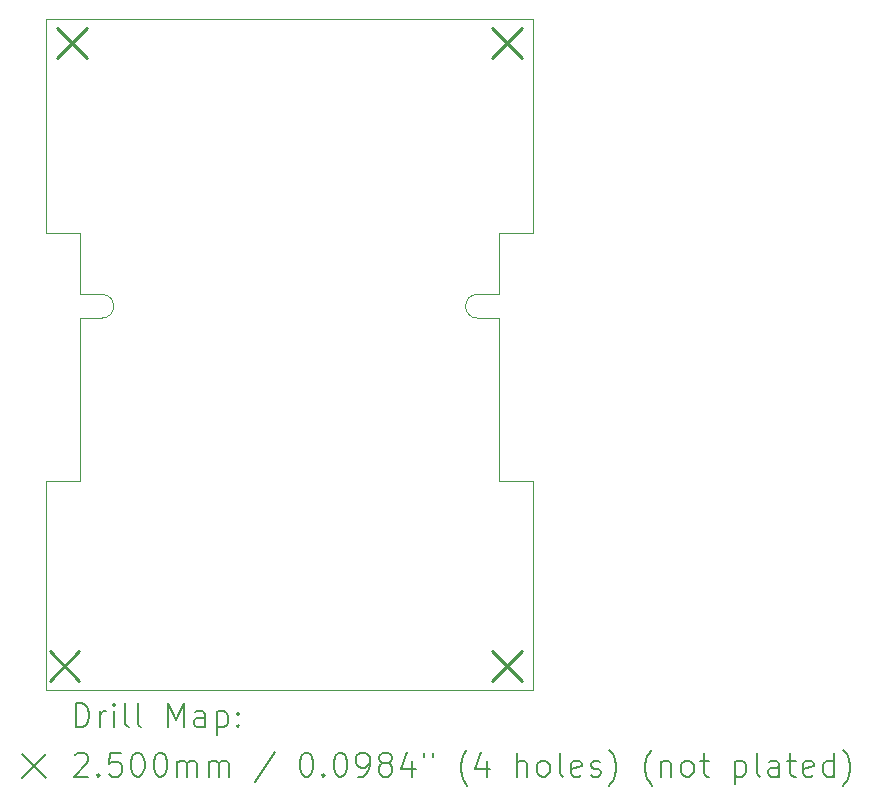
<source format=gbr>
%TF.GenerationSoftware,KiCad,Pcbnew,(6.0.8)*%
%TF.CreationDate,2022-11-01T17:44:22+01:00*%
%TF.ProjectId,BURC_16SwitchEncoder_JRFormat,42555243-5f31-4365-9377-69746368456e,v1.0*%
%TF.SameCoordinates,Original*%
%TF.FileFunction,Drillmap*%
%TF.FilePolarity,Positive*%
%FSLAX45Y45*%
G04 Gerber Fmt 4.5, Leading zero omitted, Abs format (unit mm)*
G04 Created by KiCad (PCBNEW (6.0.8)) date 2022-11-01 17:44:22*
%MOMM*%
%LPD*%
G01*
G04 APERTURE LIST*
%ADD10C,0.050000*%
%ADD11C,0.100000*%
%ADD12C,0.200000*%
%ADD13C,0.250000*%
G04 APERTURE END LIST*
D10*
X16920000Y-13350000D02*
X16920000Y-11580000D01*
X13085000Y-10200000D02*
X13085000Y-11580000D01*
D11*
X13085000Y-10000000D02*
X13085000Y-9476500D01*
D10*
X12800000Y-13350000D02*
X16920000Y-13350000D01*
X13085000Y-11580000D02*
X12800000Y-11580000D01*
X16635000Y-9476500D02*
X16921261Y-9476500D01*
X16920000Y-11580000D02*
X16635000Y-11580000D01*
X16635000Y-10000000D02*
X16450000Y-10000000D01*
D11*
X13270000Y-10200000D02*
G75*
G03*
X13270000Y-10000000I0J100000D01*
G01*
D10*
X16450000Y-10200000D02*
X16635000Y-10200000D01*
X16635000Y-10000000D02*
X16635000Y-9476500D01*
D11*
X16921261Y-7670000D02*
X12798739Y-7670000D01*
X16921261Y-9476500D02*
X16921261Y-7670000D01*
X13085000Y-10200000D02*
X13270000Y-10200000D01*
X12798739Y-7670000D02*
X12798739Y-9476500D01*
D10*
X16635000Y-10200000D02*
X16635000Y-11580000D01*
X12800000Y-11580000D02*
X12800000Y-13350000D01*
D11*
X13270000Y-10000000D02*
X13085000Y-10000000D01*
X12798739Y-9476500D02*
X13085000Y-9476500D01*
D10*
X16450000Y-10000000D02*
G75*
G03*
X16450000Y-10200000I0J-100000D01*
G01*
D12*
D13*
X12829000Y-13019500D02*
X13079000Y-13269500D01*
X13079000Y-13019500D02*
X12829000Y-13269500D01*
X12892500Y-7749000D02*
X13142500Y-7999000D01*
X13142500Y-7749000D02*
X12892500Y-7999000D01*
X16575500Y-7749000D02*
X16825500Y-7999000D01*
X16825500Y-7749000D02*
X16575500Y-7999000D01*
X16575500Y-13019500D02*
X16825500Y-13269500D01*
X16825500Y-13019500D02*
X16575500Y-13269500D01*
D12*
X13051358Y-13662976D02*
X13051358Y-13462976D01*
X13098977Y-13462976D01*
X13127549Y-13472500D01*
X13146596Y-13491548D01*
X13156120Y-13510595D01*
X13165644Y-13548690D01*
X13165644Y-13577262D01*
X13156120Y-13615357D01*
X13146596Y-13634405D01*
X13127549Y-13653452D01*
X13098977Y-13662976D01*
X13051358Y-13662976D01*
X13251358Y-13662976D02*
X13251358Y-13529643D01*
X13251358Y-13567738D02*
X13260882Y-13548690D01*
X13270406Y-13539167D01*
X13289453Y-13529643D01*
X13308501Y-13529643D01*
X13375168Y-13662976D02*
X13375168Y-13529643D01*
X13375168Y-13462976D02*
X13365644Y-13472500D01*
X13375168Y-13482024D01*
X13384691Y-13472500D01*
X13375168Y-13462976D01*
X13375168Y-13482024D01*
X13498977Y-13662976D02*
X13479930Y-13653452D01*
X13470406Y-13634405D01*
X13470406Y-13462976D01*
X13603739Y-13662976D02*
X13584691Y-13653452D01*
X13575168Y-13634405D01*
X13575168Y-13462976D01*
X13832311Y-13662976D02*
X13832311Y-13462976D01*
X13898977Y-13605833D01*
X13965644Y-13462976D01*
X13965644Y-13662976D01*
X14146596Y-13662976D02*
X14146596Y-13558214D01*
X14137072Y-13539167D01*
X14118025Y-13529643D01*
X14079930Y-13529643D01*
X14060882Y-13539167D01*
X14146596Y-13653452D02*
X14127549Y-13662976D01*
X14079930Y-13662976D01*
X14060882Y-13653452D01*
X14051358Y-13634405D01*
X14051358Y-13615357D01*
X14060882Y-13596309D01*
X14079930Y-13586786D01*
X14127549Y-13586786D01*
X14146596Y-13577262D01*
X14241834Y-13529643D02*
X14241834Y-13729643D01*
X14241834Y-13539167D02*
X14260882Y-13529643D01*
X14298977Y-13529643D01*
X14318025Y-13539167D01*
X14327549Y-13548690D01*
X14337072Y-13567738D01*
X14337072Y-13624881D01*
X14327549Y-13643928D01*
X14318025Y-13653452D01*
X14298977Y-13662976D01*
X14260882Y-13662976D01*
X14241834Y-13653452D01*
X14422787Y-13643928D02*
X14432311Y-13653452D01*
X14422787Y-13662976D01*
X14413263Y-13653452D01*
X14422787Y-13643928D01*
X14422787Y-13662976D01*
X14422787Y-13539167D02*
X14432311Y-13548690D01*
X14422787Y-13558214D01*
X14413263Y-13548690D01*
X14422787Y-13539167D01*
X14422787Y-13558214D01*
X12593739Y-13892500D02*
X12793739Y-14092500D01*
X12793739Y-13892500D02*
X12593739Y-14092500D01*
X13041834Y-13902024D02*
X13051358Y-13892500D01*
X13070406Y-13882976D01*
X13118025Y-13882976D01*
X13137072Y-13892500D01*
X13146596Y-13902024D01*
X13156120Y-13921071D01*
X13156120Y-13940119D01*
X13146596Y-13968690D01*
X13032311Y-14082976D01*
X13156120Y-14082976D01*
X13241834Y-14063928D02*
X13251358Y-14073452D01*
X13241834Y-14082976D01*
X13232311Y-14073452D01*
X13241834Y-14063928D01*
X13241834Y-14082976D01*
X13432311Y-13882976D02*
X13337072Y-13882976D01*
X13327549Y-13978214D01*
X13337072Y-13968690D01*
X13356120Y-13959167D01*
X13403739Y-13959167D01*
X13422787Y-13968690D01*
X13432311Y-13978214D01*
X13441834Y-13997262D01*
X13441834Y-14044881D01*
X13432311Y-14063928D01*
X13422787Y-14073452D01*
X13403739Y-14082976D01*
X13356120Y-14082976D01*
X13337072Y-14073452D01*
X13327549Y-14063928D01*
X13565644Y-13882976D02*
X13584691Y-13882976D01*
X13603739Y-13892500D01*
X13613263Y-13902024D01*
X13622787Y-13921071D01*
X13632311Y-13959167D01*
X13632311Y-14006786D01*
X13622787Y-14044881D01*
X13613263Y-14063928D01*
X13603739Y-14073452D01*
X13584691Y-14082976D01*
X13565644Y-14082976D01*
X13546596Y-14073452D01*
X13537072Y-14063928D01*
X13527549Y-14044881D01*
X13518025Y-14006786D01*
X13518025Y-13959167D01*
X13527549Y-13921071D01*
X13537072Y-13902024D01*
X13546596Y-13892500D01*
X13565644Y-13882976D01*
X13756120Y-13882976D02*
X13775168Y-13882976D01*
X13794215Y-13892500D01*
X13803739Y-13902024D01*
X13813263Y-13921071D01*
X13822787Y-13959167D01*
X13822787Y-14006786D01*
X13813263Y-14044881D01*
X13803739Y-14063928D01*
X13794215Y-14073452D01*
X13775168Y-14082976D01*
X13756120Y-14082976D01*
X13737072Y-14073452D01*
X13727549Y-14063928D01*
X13718025Y-14044881D01*
X13708501Y-14006786D01*
X13708501Y-13959167D01*
X13718025Y-13921071D01*
X13727549Y-13902024D01*
X13737072Y-13892500D01*
X13756120Y-13882976D01*
X13908501Y-14082976D02*
X13908501Y-13949643D01*
X13908501Y-13968690D02*
X13918025Y-13959167D01*
X13937072Y-13949643D01*
X13965644Y-13949643D01*
X13984691Y-13959167D01*
X13994215Y-13978214D01*
X13994215Y-14082976D01*
X13994215Y-13978214D02*
X14003739Y-13959167D01*
X14022787Y-13949643D01*
X14051358Y-13949643D01*
X14070406Y-13959167D01*
X14079930Y-13978214D01*
X14079930Y-14082976D01*
X14175168Y-14082976D02*
X14175168Y-13949643D01*
X14175168Y-13968690D02*
X14184691Y-13959167D01*
X14203739Y-13949643D01*
X14232311Y-13949643D01*
X14251358Y-13959167D01*
X14260882Y-13978214D01*
X14260882Y-14082976D01*
X14260882Y-13978214D02*
X14270406Y-13959167D01*
X14289453Y-13949643D01*
X14318025Y-13949643D01*
X14337072Y-13959167D01*
X14346596Y-13978214D01*
X14346596Y-14082976D01*
X14737072Y-13873452D02*
X14565644Y-14130595D01*
X14994215Y-13882976D02*
X15013263Y-13882976D01*
X15032311Y-13892500D01*
X15041834Y-13902024D01*
X15051358Y-13921071D01*
X15060882Y-13959167D01*
X15060882Y-14006786D01*
X15051358Y-14044881D01*
X15041834Y-14063928D01*
X15032311Y-14073452D01*
X15013263Y-14082976D01*
X14994215Y-14082976D01*
X14975168Y-14073452D01*
X14965644Y-14063928D01*
X14956120Y-14044881D01*
X14946596Y-14006786D01*
X14946596Y-13959167D01*
X14956120Y-13921071D01*
X14965644Y-13902024D01*
X14975168Y-13892500D01*
X14994215Y-13882976D01*
X15146596Y-14063928D02*
X15156120Y-14073452D01*
X15146596Y-14082976D01*
X15137072Y-14073452D01*
X15146596Y-14063928D01*
X15146596Y-14082976D01*
X15279930Y-13882976D02*
X15298977Y-13882976D01*
X15318025Y-13892500D01*
X15327549Y-13902024D01*
X15337072Y-13921071D01*
X15346596Y-13959167D01*
X15346596Y-14006786D01*
X15337072Y-14044881D01*
X15327549Y-14063928D01*
X15318025Y-14073452D01*
X15298977Y-14082976D01*
X15279930Y-14082976D01*
X15260882Y-14073452D01*
X15251358Y-14063928D01*
X15241834Y-14044881D01*
X15232311Y-14006786D01*
X15232311Y-13959167D01*
X15241834Y-13921071D01*
X15251358Y-13902024D01*
X15260882Y-13892500D01*
X15279930Y-13882976D01*
X15441834Y-14082976D02*
X15479930Y-14082976D01*
X15498977Y-14073452D01*
X15508501Y-14063928D01*
X15527549Y-14035357D01*
X15537072Y-13997262D01*
X15537072Y-13921071D01*
X15527549Y-13902024D01*
X15518025Y-13892500D01*
X15498977Y-13882976D01*
X15460882Y-13882976D01*
X15441834Y-13892500D01*
X15432311Y-13902024D01*
X15422787Y-13921071D01*
X15422787Y-13968690D01*
X15432311Y-13987738D01*
X15441834Y-13997262D01*
X15460882Y-14006786D01*
X15498977Y-14006786D01*
X15518025Y-13997262D01*
X15527549Y-13987738D01*
X15537072Y-13968690D01*
X15651358Y-13968690D02*
X15632311Y-13959167D01*
X15622787Y-13949643D01*
X15613263Y-13930595D01*
X15613263Y-13921071D01*
X15622787Y-13902024D01*
X15632311Y-13892500D01*
X15651358Y-13882976D01*
X15689453Y-13882976D01*
X15708501Y-13892500D01*
X15718025Y-13902024D01*
X15727549Y-13921071D01*
X15727549Y-13930595D01*
X15718025Y-13949643D01*
X15708501Y-13959167D01*
X15689453Y-13968690D01*
X15651358Y-13968690D01*
X15632311Y-13978214D01*
X15622787Y-13987738D01*
X15613263Y-14006786D01*
X15613263Y-14044881D01*
X15622787Y-14063928D01*
X15632311Y-14073452D01*
X15651358Y-14082976D01*
X15689453Y-14082976D01*
X15708501Y-14073452D01*
X15718025Y-14063928D01*
X15727549Y-14044881D01*
X15727549Y-14006786D01*
X15718025Y-13987738D01*
X15708501Y-13978214D01*
X15689453Y-13968690D01*
X15898977Y-13949643D02*
X15898977Y-14082976D01*
X15851358Y-13873452D02*
X15803739Y-14016309D01*
X15927549Y-14016309D01*
X15994215Y-13882976D02*
X15994215Y-13921071D01*
X16070406Y-13882976D02*
X16070406Y-13921071D01*
X16365644Y-14159167D02*
X16356120Y-14149643D01*
X16337072Y-14121071D01*
X16327549Y-14102024D01*
X16318025Y-14073452D01*
X16308501Y-14025833D01*
X16308501Y-13987738D01*
X16318025Y-13940119D01*
X16327549Y-13911548D01*
X16337072Y-13892500D01*
X16356120Y-13863928D01*
X16365644Y-13854405D01*
X16527549Y-13949643D02*
X16527549Y-14082976D01*
X16479930Y-13873452D02*
X16432311Y-14016309D01*
X16556120Y-14016309D01*
X16784692Y-14082976D02*
X16784692Y-13882976D01*
X16870406Y-14082976D02*
X16870406Y-13978214D01*
X16860882Y-13959167D01*
X16841834Y-13949643D01*
X16813263Y-13949643D01*
X16794215Y-13959167D01*
X16784692Y-13968690D01*
X16994215Y-14082976D02*
X16975168Y-14073452D01*
X16965644Y-14063928D01*
X16956120Y-14044881D01*
X16956120Y-13987738D01*
X16965644Y-13968690D01*
X16975168Y-13959167D01*
X16994215Y-13949643D01*
X17022787Y-13949643D01*
X17041834Y-13959167D01*
X17051358Y-13968690D01*
X17060882Y-13987738D01*
X17060882Y-14044881D01*
X17051358Y-14063928D01*
X17041834Y-14073452D01*
X17022787Y-14082976D01*
X16994215Y-14082976D01*
X17175168Y-14082976D02*
X17156120Y-14073452D01*
X17146596Y-14054405D01*
X17146596Y-13882976D01*
X17327549Y-14073452D02*
X17308501Y-14082976D01*
X17270406Y-14082976D01*
X17251358Y-14073452D01*
X17241834Y-14054405D01*
X17241834Y-13978214D01*
X17251358Y-13959167D01*
X17270406Y-13949643D01*
X17308501Y-13949643D01*
X17327549Y-13959167D01*
X17337073Y-13978214D01*
X17337073Y-13997262D01*
X17241834Y-14016309D01*
X17413263Y-14073452D02*
X17432311Y-14082976D01*
X17470406Y-14082976D01*
X17489453Y-14073452D01*
X17498977Y-14054405D01*
X17498977Y-14044881D01*
X17489453Y-14025833D01*
X17470406Y-14016309D01*
X17441834Y-14016309D01*
X17422787Y-14006786D01*
X17413263Y-13987738D01*
X17413263Y-13978214D01*
X17422787Y-13959167D01*
X17441834Y-13949643D01*
X17470406Y-13949643D01*
X17489453Y-13959167D01*
X17565644Y-14159167D02*
X17575168Y-14149643D01*
X17594215Y-14121071D01*
X17603739Y-14102024D01*
X17613263Y-14073452D01*
X17622787Y-14025833D01*
X17622787Y-13987738D01*
X17613263Y-13940119D01*
X17603739Y-13911548D01*
X17594215Y-13892500D01*
X17575168Y-13863928D01*
X17565644Y-13854405D01*
X17927549Y-14159167D02*
X17918025Y-14149643D01*
X17898977Y-14121071D01*
X17889453Y-14102024D01*
X17879930Y-14073452D01*
X17870406Y-14025833D01*
X17870406Y-13987738D01*
X17879930Y-13940119D01*
X17889453Y-13911548D01*
X17898977Y-13892500D01*
X17918025Y-13863928D01*
X17927549Y-13854405D01*
X18003739Y-13949643D02*
X18003739Y-14082976D01*
X18003739Y-13968690D02*
X18013263Y-13959167D01*
X18032311Y-13949643D01*
X18060882Y-13949643D01*
X18079930Y-13959167D01*
X18089453Y-13978214D01*
X18089453Y-14082976D01*
X18213263Y-14082976D02*
X18194215Y-14073452D01*
X18184692Y-14063928D01*
X18175168Y-14044881D01*
X18175168Y-13987738D01*
X18184692Y-13968690D01*
X18194215Y-13959167D01*
X18213263Y-13949643D01*
X18241834Y-13949643D01*
X18260882Y-13959167D01*
X18270406Y-13968690D01*
X18279930Y-13987738D01*
X18279930Y-14044881D01*
X18270406Y-14063928D01*
X18260882Y-14073452D01*
X18241834Y-14082976D01*
X18213263Y-14082976D01*
X18337073Y-13949643D02*
X18413263Y-13949643D01*
X18365644Y-13882976D02*
X18365644Y-14054405D01*
X18375168Y-14073452D01*
X18394215Y-14082976D01*
X18413263Y-14082976D01*
X18632311Y-13949643D02*
X18632311Y-14149643D01*
X18632311Y-13959167D02*
X18651358Y-13949643D01*
X18689453Y-13949643D01*
X18708501Y-13959167D01*
X18718025Y-13968690D01*
X18727549Y-13987738D01*
X18727549Y-14044881D01*
X18718025Y-14063928D01*
X18708501Y-14073452D01*
X18689453Y-14082976D01*
X18651358Y-14082976D01*
X18632311Y-14073452D01*
X18841834Y-14082976D02*
X18822787Y-14073452D01*
X18813263Y-14054405D01*
X18813263Y-13882976D01*
X19003739Y-14082976D02*
X19003739Y-13978214D01*
X18994215Y-13959167D01*
X18975168Y-13949643D01*
X18937073Y-13949643D01*
X18918025Y-13959167D01*
X19003739Y-14073452D02*
X18984692Y-14082976D01*
X18937073Y-14082976D01*
X18918025Y-14073452D01*
X18908501Y-14054405D01*
X18908501Y-14035357D01*
X18918025Y-14016309D01*
X18937073Y-14006786D01*
X18984692Y-14006786D01*
X19003739Y-13997262D01*
X19070406Y-13949643D02*
X19146596Y-13949643D01*
X19098977Y-13882976D02*
X19098977Y-14054405D01*
X19108501Y-14073452D01*
X19127549Y-14082976D01*
X19146596Y-14082976D01*
X19289453Y-14073452D02*
X19270406Y-14082976D01*
X19232311Y-14082976D01*
X19213263Y-14073452D01*
X19203739Y-14054405D01*
X19203739Y-13978214D01*
X19213263Y-13959167D01*
X19232311Y-13949643D01*
X19270406Y-13949643D01*
X19289453Y-13959167D01*
X19298977Y-13978214D01*
X19298977Y-13997262D01*
X19203739Y-14016309D01*
X19470406Y-14082976D02*
X19470406Y-13882976D01*
X19470406Y-14073452D02*
X19451358Y-14082976D01*
X19413263Y-14082976D01*
X19394215Y-14073452D01*
X19384692Y-14063928D01*
X19375168Y-14044881D01*
X19375168Y-13987738D01*
X19384692Y-13968690D01*
X19394215Y-13959167D01*
X19413263Y-13949643D01*
X19451358Y-13949643D01*
X19470406Y-13959167D01*
X19546596Y-14159167D02*
X19556120Y-14149643D01*
X19575168Y-14121071D01*
X19584692Y-14102024D01*
X19594215Y-14073452D01*
X19603739Y-14025833D01*
X19603739Y-13987738D01*
X19594215Y-13940119D01*
X19584692Y-13911548D01*
X19575168Y-13892500D01*
X19556120Y-13863928D01*
X19546596Y-13854405D01*
M02*

</source>
